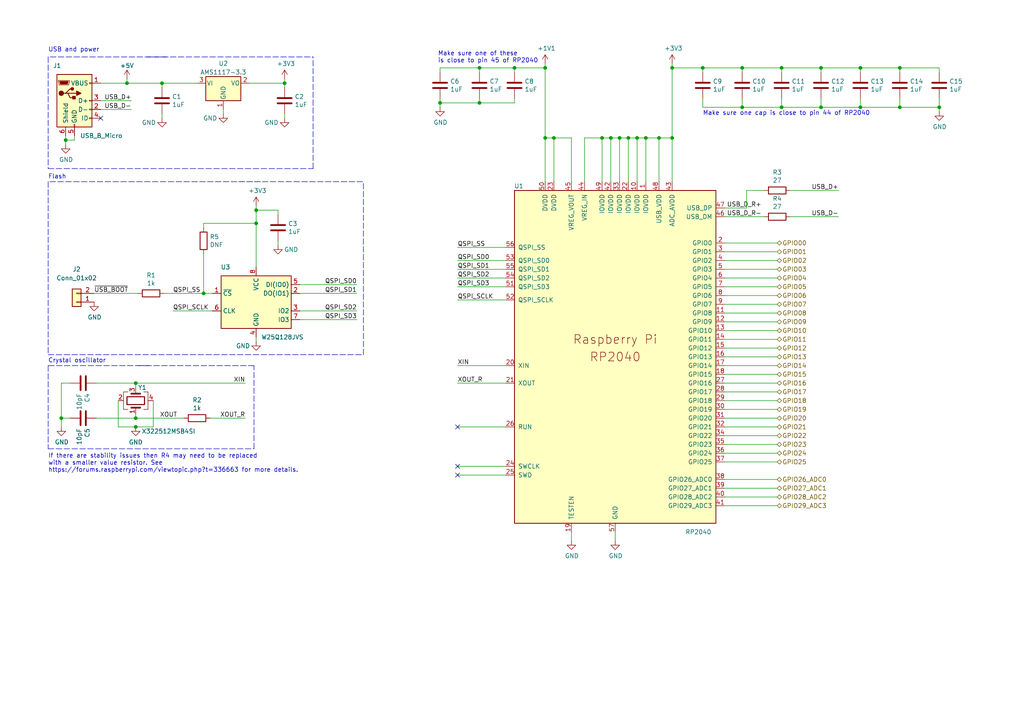
<source format=kicad_sch>
(kicad_sch (version 20211123) (generator eeschema)
  (paper "A4")
  (lib_symbols
    (symbol "Connector:USB_B_Micro" (pin_names (offset 1.016))
      (property "Reference" "J" (at -5.08 11.43 0))
      (property "Value" "USB_B_Micro" (at -5.08 8.89 0))
      (symbol "USB_B_Micro_0_1"
        (rectangle (start -5.08 -7.62) (end 5.08 7.62) (stroke (width 0.254)) (fill (type background)))
        (circle (center -3.81 2.159) (radius 0.635) (stroke (width 0.254)) (fill (type outline)))
        (circle (center -0.635 3.429) (radius 0.381) (stroke (width 0.254)) (fill (type outline)))
        (rectangle (start -0.127 -7.62) (end 0.127 -6.858))
        (polyline (pts (xy -1.905 2.159) (xy 0.635 2.159)) (stroke (width 0.254)))
        (polyline (pts (xy -3.175 2.159) (xy -2.54 2.159) (xy -1.27 3.429) (xy -0.635 3.429)) (stroke (width 0.254)))
        (polyline (pts (xy -2.54 2.159) (xy -1.905 2.159) (xy -1.27 0.889) (xy 0 0.889)) (stroke (width 0.254)))
        (polyline (pts (xy 0.635 2.794) (xy 0.635 1.524) (xy 1.905 2.159) (xy 0.635 2.794)) (stroke (width 0.254)) (fill (type outline)))
        (polyline (pts (xy -4.318 5.588) (xy -1.778 5.588) (xy -2.032 4.826) (xy -4.064 4.826) (xy -4.318 5.588)) (fill (type outline)))
        (polyline (pts (xy -4.699 5.842) (xy -4.699 5.588) (xy -4.445 4.826) (xy -4.445 4.572) (xy -1.651 4.572) (xy -1.651 4.826) (xy -1.397 5.588) (xy -1.397 5.842) (xy -4.699 5.842)))
        (rectangle (start 0.254 1.27) (end -0.508 0.508) (stroke (width 0.254)) (fill (type outline)))
        (rectangle (start 5.08 -5.207) (end 4.318 -4.953))
        (rectangle (start 5.08 -2.667) (end 4.318 -2.413))
        (rectangle (start 5.08 -0.127) (end 4.318 0.127))
        (rectangle (start 5.08 4.953) (end 4.318 5.207))
      )
      (symbol "USB_B_Micro_1_1"
        (pin power_out line (at 7.62 5.08 180) (length 2.54) (name "VBUS") (number "1"))
        (pin bidirectional line (at 7.62 -2.54 180) (length 2.54) (name "D-") (number "2"))
        (pin bidirectional line (at 7.62 0 180) (length 2.54) (name "D+") (number "3"))
        (pin passive line (at 7.62 -5.08 180) (length 2.54) (name "ID") (number "4"))
        (pin power_out line (at 0 -10.16 90) (length 2.54) (name "GND") (number "5"))
        (pin passive line (at -2.54 -10.16 90) (length 2.54) (name "Shield") (number "6"))
      )
    )
    (symbol "Connector_Generic:Conn_01x02" (pin_names (offset 1.016) hide)
      (property "Reference" "J" (at 0 2.54 0))
      (property "Value" "Conn_01x02" (at 0 -5.08 0))
      (symbol "Conn_01x02_1_1"
        (rectangle (start -1.27 -2.413) (end 0 -2.667) (stroke (width 0.1524)))
        (rectangle (start -1.27 0.127) (end 0 -0.127) (stroke (width 0.1524)))
        (rectangle (start -1.27 1.27) (end 1.27 -3.81) (stroke (width 0.254)) (fill (type background)))
        (pin passive line (at -5.08 0 0) (length 3.81) (name "Pin_1") (number "1"))
        (pin passive line (at -5.08 -2.54 0) (length 3.81) (name "Pin_2") (number "2"))
      )
    )
    (symbol "Custom_Symbols:RP2040" (pin_names (offset 1.016))
      (property "Reference" "U" (at -29.21 49.53 0))
      (property "Value" "RP2040" (at 24.13 -49.53 0))
      (symbol "RP2040_0_0"
        (text "Raspberry Pi" (at 0 5.08 0) (effects (font (size 2.54 2.54))))
        (text "RP2040" (at 0 0 0) (effects (font (size 2.54 2.54))))
      )
      (symbol "RP2040_0_1"
        (rectangle (start 29.21 48.26) (end -29.21 -48.26) (stroke (width 0.254)) (fill (type background)))
      )
      (symbol "RP2040_1_1"
        (pin power_in line (at 8.89 50.8 270) (length 2.54) (name "IOVDD") (number "1"))
        (pin power_in line (at 6.35 50.8 270) (length 2.54) (name "IOVDD") (number "10"))
        (pin bidirectional line (at 31.75 12.7 180) (length 2.54) (name "GPIO8") (number "11"))
        (pin bidirectional line (at 31.75 10.16 180) (length 2.54) (name "GPIO9") (number "12"))
        (pin bidirectional line (at 31.75 7.62 180) (length 2.54) (name "GPIO10") (number "13"))
        (pin bidirectional line (at 31.75 5.08 180) (length 2.54) (name "GPIO11") (number "14"))
        (pin bidirectional line (at 31.75 2.54 180) (length 2.54) (name "GPIO12") (number "15"))
        (pin bidirectional line (at 31.75 0 180) (length 2.54) (name "GPIO13") (number "16"))
        (pin bidirectional line (at 31.75 -2.54 180) (length 2.54) (name "GPIO14") (number "17"))
        (pin bidirectional line (at 31.75 -5.08 180) (length 2.54) (name "GPIO15") (number "18"))
        (pin passive line (at -12.7 -50.8 90) (length 2.54) (name "TESTEN") (number "19"))
        (pin bidirectional line (at 31.75 33.02 180) (length 2.54) (name "GPIO0") (number "2"))
        (pin input line (at -31.75 -2.54 0) (length 2.54) (name "XIN") (number "20"))
        (pin passive line (at -31.75 -7.62 0) (length 2.54) (name "XOUT") (number "21"))
        (pin power_in line (at 3.81 50.8 270) (length 2.54) (name "IOVDD") (number "22"))
        (pin power_in line (at -17.78 50.8 270) (length 2.54) (name "DVDD") (number "23"))
        (pin output line (at -31.75 -31.75 0) (length 2.54) (name "SWCLK") (number "24"))
        (pin bidirectional line (at -31.75 -34.29 0) (length 2.54) (name "SWD") (number "25"))
        (pin input line (at -31.75 -20.32 0) (length 2.54) (name "RUN") (number "26"))
        (pin bidirectional line (at 31.75 -7.62 180) (length 2.54) (name "GPIO16") (number "27"))
        (pin bidirectional line (at 31.75 -10.16 180) (length 2.54) (name "GPIO17") (number "28"))
        (pin bidirectional line (at 31.75 -12.7 180) (length 2.54) (name "GPIO18") (number "29"))
        (pin bidirectional line (at 31.75 30.48 180) (length 2.54) (name "GPIO1") (number "3"))
        (pin bidirectional line (at 31.75 -15.24 180) (length 2.54) (name "GPIO19") (number "30"))
        (pin bidirectional line (at 31.75 -17.78 180) (length 2.54) (name "GPIO20") (number "31"))
        (pin bidirectional line (at 31.75 -20.32 180) (length 2.54) (name "GPIO21") (number "32"))
        (pin power_in line (at 1.27 50.8 270) (length 2.54) (name "IOVDD") (number "33"))
        (pin bidirectional line (at 31.75 -22.86 180) (length 2.54) (name "GPIO22") (number "34"))
        (pin bidirectional line (at 31.75 -25.4 180) (length 2.54) (name "GPIO23") (number "35"))
        (pin bidirectional line (at 31.75 -27.94 180) (length 2.54) (name "GPIO24") (number "36"))
        (pin bidirectional line (at 31.75 -30.48 180) (length 2.54) (name "GPIO25") (number "37"))
        (pin bidirectional line (at 31.75 -35.56 180) (length 2.54) (name "GPIO26_ADC0") (number "38"))
        (pin bidirectional line (at 31.75 -38.1 180) (length 2.54) (name "GPIO27_ADC1") (number "39"))
        (pin bidirectional line (at 31.75 27.94 180) (length 2.54) (name "GPIO2") (number "4"))
        (pin bidirectional line (at 31.75 -40.64 180) (length 2.54) (name "GPIO28_ADC2") (number "40"))
        (pin bidirectional line (at 31.75 -43.18 180) (length 2.54) (name "GPIO29_ADC3") (number "41"))
        (pin power_in line (at -1.27 50.8 270) (length 2.54) (name "IOVDD") (number "42"))
        (pin power_in line (at 16.51 50.8 270) (length 2.54) (name "ADC_AVDD") (number "43"))
        (pin power_in line (at -8.89 50.8 270) (length 2.54) (name "VREG_IN") (number "44"))
        (pin power_out line (at -12.7 50.8 270) (length 2.54) (name "VREG_VOUT") (number "45"))
        (pin bidirectional line (at 31.75 40.64 180) (length 2.54) (name "USB_DM") (number "46"))
        (pin bidirectional line (at 31.75 43.18 180) (length 2.54) (name "USB_DP") (number "47"))
        (pin power_in line (at 12.7 50.8 270) (length 2.54) (name "USB_VDD") (number "48"))
        (pin power_in line (at -3.81 50.8 270) (length 2.54) (name "IOVDD") (number "49"))
        (pin bidirectional line (at 31.75 25.4 180) (length 2.54) (name "GPIO3") (number "5"))
        (pin power_in line (at -20.32 50.8 270) (length 2.54) (name "DVDD") (number "50"))
        (pin bidirectional line (at -31.75 20.32 0) (length 2.54) (name "QSPI_SD3") (number "51"))
        (pin output line (at -31.75 16.51 0) (length 2.54) (name "QSPI_SCLK") (number "52"))
        (pin bidirectional line (at -31.75 27.94 0) (length 2.54) (name "QSPI_SD0") (number "53"))
        (pin bidirectional line (at -31.75 22.86 0) (length 2.54) (name "QSPI_SD2") (number "54"))
        (pin bidirectional line (at -31.75 25.4 0) (length 2.54) (name "QSPI_SD1") (number "55"))
        (pin bidirectional line (at -31.75 31.75 0) (length 2.54) (name "QSPI_SS") (number "56"))
        (pin power_in line (at 0 -50.8 90) (length 2.54) (name "GND") (number "57"))
        (pin bidirectional line (at 31.75 22.86 180) (length 2.54) (name "GPIO4") (number "6"))
        (pin bidirectional line (at 31.75 20.32 180) (length 2.54) (name "GPIO5") (number "7"))
        (pin bidirectional line (at 31.75 17.78 180) (length 2.54) (name "GPIO6") (number "8"))
        (pin bidirectional line (at 31.75 15.24 180) (length 2.54) (name "GPIO7") (number "9"))
      )
    )
    (symbol "Device:C" (pin_numbers hide) (pin_names (offset 0.254))
      (property "Reference" "C" (at 0.635 2.54 0))
      (property "Value" "C" (at 0.635 -2.54 0))
      (symbol "C_0_1"
        (polyline (pts (xy -2.032 -0.762) (xy 2.032 -0.762)) (stroke (width 0.508)))
        (polyline (pts (xy -2.032 0.762) (xy 2.032 0.762)) (stroke (width 0.508)))
      )
      (symbol "C_1_1"
        (pin passive line (at 0 3.81 270) (length 2.794) (name "~") (number "1"))
        (pin passive line (at 0 -3.81 90) (length 2.794) (name "~") (number "2"))
      )
    )
    (symbol "Device:Crystal_GND24" (pin_names (offset 1.016) hide)
      (property "Reference" "Y" (at 3.175 5.08 0))
      (property "Value" "Crystal_GND24" (at 3.175 3.175 0))
      (symbol "Crystal_GND24_0_1"
        (rectangle (start -1.143 2.54) (end 1.143 -2.54) (stroke (width 0.3048)))
        (polyline (pts (xy -2.54 0) (xy -2.032 0)))
        (polyline (pts (xy -2.032 -1.27) (xy -2.032 1.27)) (stroke (width 0.508)))
        (polyline (pts (xy 0 -3.81) (xy 0 -3.556)))
        (polyline (pts (xy 0 3.556) (xy 0 3.81)))
        (polyline (pts (xy 2.032 -1.27) (xy 2.032 1.27)) (stroke (width 0.508)))
        (polyline (pts (xy 2.032 0) (xy 2.54 0)))
        (polyline (pts (xy -2.54 -2.286) (xy -2.54 -3.556) (xy 2.54 -3.556) (xy 2.54 -2.286)))
        (polyline (pts (xy -2.54 2.286) (xy -2.54 3.556) (xy 2.54 3.556) (xy 2.54 2.286)))
      )
      (symbol "Crystal_GND24_1_1"
        (pin passive line (at -3.81 0 0) (length 1.27) (name "1") (number "1"))
        (pin passive line (at 0 5.08 270) (length 1.27) (name "2") (number "2"))
        (pin passive line (at 3.81 0 180) (length 1.27) (name "3") (number "3"))
        (pin passive line (at 0 -5.08 90) (length 1.27) (name "4") (number "4"))
      )
    )
    (symbol "Device:R" (pin_numbers hide) (pin_names (offset 0))
      (property "Reference" "R" (at 2.032 0 90))
      (property "Value" "R" (at 0 0 90))
      (symbol "R_0_1"
        (rectangle (start -1.016 -2.54) (end 1.016 2.54) (stroke (width 0.254)))
      )
      (symbol "R_1_1"
        (pin passive line (at 0 3.81 270) (length 1.27) (name "~") (number "1"))
        (pin passive line (at 0 -3.81 90) (length 1.27) (name "~") (number "2"))
      )
    )
    (symbol "Memory_Flash:W25Q128JVS"
      (property "Reference" "U" (at -8.89 8.89 0))
      (property "Value" "W25Q128JVS" (at 7.62 8.89 0))
      (symbol "W25Q128JVS_0_1"
        (rectangle (start -10.16 7.62) (end 10.16 -7.62) (stroke (width 0.254)) (fill (type background)))
      )
      (symbol "W25Q128JVS_1_1"
        (pin input line (at -12.7 2.54 0) (length 2.54) (name "~{CS}") (number "1"))
        (pin bidirectional line (at 12.7 2.54 180) (length 2.54) (name "DO(IO1)") (number "2"))
        (pin bidirectional line (at 12.7 -2.54 180) (length 2.54) (name "IO2") (number "3"))
        (pin power_in line (at 0 -10.16 90) (length 2.54) (name "GND") (number "4"))
        (pin bidirectional line (at 12.7 5.08 180) (length 2.54) (name "DI(IO0)") (number "5"))
        (pin input line (at -12.7 -2.54 0) (length 2.54) (name "CLK") (number "6"))
        (pin bidirectional line (at 12.7 -5.08 180) (length 2.54) (name "IO3") (number "7"))
        (pin power_in line (at 0 10.16 270) (length 2.54) (name "VCC") (number "8"))
      )
    )
    (symbol "Regulator_Linear:AMS1117-3.3" (pin_names (offset 0.254))
      (property "Reference" "U" (at -3.81 3.175 0))
      (property "Value" "AMS1117-3.3" (at 0 3.175 0))
      (symbol "AMS1117-3.3_0_1"
        (rectangle (start -5.08 -5.08) (end 5.08 1.905) (stroke (width 0.254)) (fill (type background)))
      )
      (symbol "AMS1117-3.3_1_1"
        (pin power_in line (at 0 -7.62 90) (length 2.54) (name "GND") (number "1"))
        (pin power_out line (at 7.62 0 180) (length 2.54) (name "VO") (number "2"))
        (pin power_in line (at -7.62 0 0) (length 2.54) (name "VI") (number "3"))
      )
    )
    (symbol "power:+1V1" (power) (pin_names (offset 0))
      (property "Value" "+1V1" (at 0 3.556 0))
      (symbol "+1V1_0_1"
        (polyline (pts (xy -0.762 1.27) (xy 0 2.54)))
        (polyline (pts (xy 0 0) (xy 0 2.54)))
        (polyline (pts (xy 0 2.54) (xy 0.762 1.27)))
      )
      (symbol "+1V1_1_1"
        (pin power_in line (at 0 0 90) (length 0) hide (name "+1V1") (number "1"))
      )
    )
    (symbol "power:+3V3" (power) (pin_names (offset 0))
      (property "Value" "+3V3" (at 0 3.556 0))
      (symbol "+3V3_0_1"
        (polyline (pts (xy -0.762 1.27) (xy 0 2.54)))
        (polyline (pts (xy 0 0) (xy 0 2.54)))
        (polyline (pts (xy 0 2.54) (xy 0.762 1.27)))
      )
      (symbol "+3V3_1_1"
        (pin power_in line (at 0 0 90) (length 0) hide (name "+3V3") (number "1"))
      )
    )
    (symbol "power:+5V" (power) (pin_names (offset 0))
      (property "Value" "+5V" (at 0 3.556 0))
      (symbol "+5V_0_1"
        (polyline (pts (xy -0.762 1.27) (xy 0 2.54)))
        (polyline (pts (xy 0 0) (xy 0 2.54)))
        (polyline (pts (xy 0 2.54) (xy 0.762 1.27)))
      )
      (symbol "+5V_1_1"
        (pin power_in line (at 0 0 90) (length 0) hide (name "+5V") (number "1"))
      )
    )
    (symbol "power:GND" (power) (pin_names (offset 0))
      (property "Value" "GND" (at 0 -3.81 0))
      (symbol "GND_0_1"
        (polyline (pts (xy 0 0) (xy 0 -1.27) (xy 1.27 -1.27) (xy 0 -2.54) (xy -1.27 -1.27) (xy 0 -1.27)))
      )
      (symbol "GND_1_1"
        (pin power_in line (at 0 0 270) (length 0) hide (name "GND") (number "1"))
      )
    )
  )
  (junction (at 238.125 31.115))
  (junction (at 203.835 19.685))
  (junction (at 39.37 111.125))
  (junction (at 249.555 19.685))
  (junction (at 174.625 40.005))
  (junction (at 260.985 31.115))
  (junction (at 46.99 24.13))
  (junction (at 39.37 121.285))
  (junction (at 272.415 31.115))
  (junction (at 59.055 85.09))
  (junction (at 127.635 29.845))
  (junction (at 158.115 40.005))
  (junction (at 19.05 40.64))
  (junction (at 160.655 40.005))
  (junction (at 74.295 64.77))
  (junction (at 249.555 31.115))
  (junction (at 82.55 24.13))
  (junction (at 260.985 19.685))
  (junction (at 194.945 19.685))
  (junction (at 215.265 19.685))
  (junction (at 39.37 123.825))
  (junction (at 158.115 19.685))
  (junction (at 177.165 40.005))
  (junction (at 182.245 40.005))
  (junction (at 184.785 40.005))
  (junction (at 226.695 19.685))
  (junction (at 238.125 19.685))
  (junction (at 226.695 31.115))
  (junction (at 149.225 19.685))
  (junction (at 36.83 24.13))
  (junction (at 74.295 60.96))
  (junction (at 215.265 31.115))
  (junction (at 187.325 40.005))
  (junction (at 17.78 121.285))
  (junction (at 191.135 40.005))
  (junction (at 139.065 19.685))
  (junction (at 139.065 29.845))
  (junction (at 179.705 40.005))
  (junction (at 194.945 40.005))
  (no_connect (at 132.715 123.825))
  (no_connect (at 132.715 135.255))
  (no_connect (at 132.715 137.795))
  (no_connect (at 29.21 34.29))
  (wire (pts (xy 139.065 20.955) (xy 139.065 19.685)))
  (wire (pts (xy 210.185 103.505) (xy 225.425 103.505)))
  (wire (pts (xy 132.715 135.255) (xy 146.685 135.255)))
  (wire (pts (xy 216.535 55.245) (xy 221.615 55.245)))
  (wire (pts (xy 86.995 92.71) (xy 103.505 92.71)))
  (wire (pts (xy 36.83 22.86) (xy 36.83 24.13)))
  (wire (pts (xy 127.635 29.845) (xy 127.635 31.115)))
  (wire (pts (xy 272.415 31.115) (xy 272.415 32.385)))
  (wire (pts (xy 139.065 29.845) (xy 139.065 28.575)))
  (wire (pts (xy 229.235 62.865) (xy 243.205 62.865)))
  (wire (pts (xy 210.185 116.205) (xy 225.425 116.205)))
  (wire (pts (xy 260.985 19.685) (xy 272.415 19.685)))
  (wire (pts (xy 127.635 28.575) (xy 127.635 29.845)))
  (wire (pts (xy 238.125 19.685) (xy 249.555 19.685)))
  (wire (pts (xy 165.735 52.705) (xy 165.735 40.005)))
  (wire (pts (xy 82.55 25.4) (xy 82.55 24.13)))
  (polyline (pts (xy 73.66 130.175) (xy 73.66 106.045)))
  (wire (pts (xy 272.415 28.575) (xy 272.415 31.115)))
  (wire (pts (xy 203.835 28.575) (xy 203.835 31.115)))
  (wire (pts (xy 179.705 40.005) (xy 182.245 40.005)))
  (wire (pts (xy 184.785 40.005) (xy 187.325 40.005)))
  (wire (pts (xy 149.225 19.685) (xy 158.115 19.685)))
  (polyline (pts (xy 42.545 16.51) (xy 90.805 16.51)))
  (wire (pts (xy 215.265 19.685) (xy 226.695 19.685)))
  (wire (pts (xy 82.55 33.02) (xy 82.55 34.29)))
  (polyline (pts (xy 40.005 106.045) (xy 73.66 106.045)))
  (wire (pts (xy 74.295 59.69) (xy 74.295 60.96)))
  (wire (pts (xy 132.715 106.045) (xy 146.685 106.045)))
  (wire (pts (xy 169.545 40.005) (xy 174.625 40.005)))
  (wire (pts (xy 57.15 24.13) (xy 46.99 24.13)))
  (wire (pts (xy 169.545 52.705) (xy 169.545 40.005)))
  (wire (pts (xy 44.45 123.825) (xy 39.37 123.825)))
  (wire (pts (xy 210.185 144.145) (xy 225.425 144.145)))
  (wire (pts (xy 74.295 64.77) (xy 74.295 77.47)))
  (wire (pts (xy 39.37 121.285) (xy 53.34 121.285)))
  (wire (pts (xy 249.555 28.575) (xy 249.555 31.115)))
  (wire (pts (xy 182.245 52.705) (xy 182.245 40.005)))
  (wire (pts (xy 191.135 52.705) (xy 191.135 40.005)))
  (wire (pts (xy 226.695 28.575) (xy 226.695 31.115)))
  (wire (pts (xy 249.555 19.685) (xy 260.985 19.685)))
  (polyline (pts (xy 13.97 106.045) (xy 13.97 130.175)))
  (wire (pts (xy 238.125 20.955) (xy 238.125 19.685)))
  (wire (pts (xy 39.37 112.395) (xy 39.37 111.125)))
  (wire (pts (xy 127.635 20.955) (xy 127.635 19.685)))
  (wire (pts (xy 20.32 121.285) (xy 17.78 121.285)))
  (wire (pts (xy 210.185 85.725) (xy 225.425 85.725)))
  (wire (pts (xy 210.185 98.425) (xy 225.425 98.425)))
  (wire (pts (xy 132.715 80.645) (xy 146.685 80.645)))
  (wire (pts (xy 19.05 39.37) (xy 19.05 40.64)))
  (wire (pts (xy 203.835 20.955) (xy 203.835 19.685)))
  (wire (pts (xy 132.715 75.565) (xy 146.685 75.565)))
  (wire (pts (xy 72.39 24.13) (xy 82.55 24.13)))
  (wire (pts (xy 210.185 118.745) (xy 225.425 118.745)))
  (polyline (pts (xy 90.805 48.895) (xy 90.805 16.51)))
  (wire (pts (xy 210.185 80.645) (xy 225.425 80.645)))
  (wire (pts (xy 50.165 90.17) (xy 61.595 90.17)))
  (wire (pts (xy 34.29 123.825) (xy 39.37 123.825)))
  (wire (pts (xy 260.985 31.115) (xy 272.415 31.115)))
  (wire (pts (xy 226.695 31.115) (xy 215.265 31.115)))
  (wire (pts (xy 178.435 154.305) (xy 178.435 156.845)))
  (wire (pts (xy 29.21 29.21) (xy 38.1 29.21)))
  (polyline (pts (xy 75.565 52.705) (xy 13.97 52.705)))
  (wire (pts (xy 177.165 40.005) (xy 179.705 40.005)))
  (wire (pts (xy 132.715 137.795) (xy 146.685 137.795)))
  (wire (pts (xy 272.415 20.955) (xy 272.415 19.685)))
  (polyline (pts (xy 13.97 130.175) (xy 73.66 130.175)))
  (wire (pts (xy 127.635 19.685) (xy 139.065 19.685)))
  (wire (pts (xy 210.185 123.825) (xy 225.425 123.825)))
  (wire (pts (xy 210.185 100.965) (xy 225.425 100.965)))
  (wire (pts (xy 39.37 111.125) (xy 71.12 111.125)))
  (wire (pts (xy 46.99 33.02) (xy 46.99 34.29)))
  (wire (pts (xy 210.185 141.605) (xy 225.425 141.605)))
  (wire (pts (xy 146.685 123.825) (xy 132.715 123.825)))
  (wire (pts (xy 139.065 19.685) (xy 149.225 19.685)))
  (wire (pts (xy 194.945 40.005) (xy 194.945 52.705)))
  (wire (pts (xy 34.29 116.205) (xy 34.29 123.825)))
  (wire (pts (xy 80.645 60.96) (xy 74.295 60.96)))
  (wire (pts (xy 160.655 40.005) (xy 158.115 40.005)))
  (wire (pts (xy 210.185 73.025) (xy 225.425 73.025)))
  (wire (pts (xy 132.715 83.185) (xy 146.685 83.185)))
  (wire (pts (xy 260.985 20.955) (xy 260.985 19.685)))
  (wire (pts (xy 179.705 52.705) (xy 179.705 40.005)))
  (wire (pts (xy 210.185 108.585) (xy 225.425 108.585)))
  (wire (pts (xy 226.695 20.955) (xy 226.695 19.685)))
  (wire (pts (xy 182.245 40.005) (xy 184.785 40.005)))
  (polyline (pts (xy 13.97 48.895) (xy 90.805 48.895)))
  (wire (pts (xy 210.185 111.125) (xy 225.425 111.125)))
  (polyline (pts (xy 43.18 106.045) (xy 13.97 106.045)))
  (wire (pts (xy 215.265 20.955) (xy 215.265 19.685)))
  (wire (pts (xy 187.325 40.005) (xy 191.135 40.005)))
  (wire (pts (xy 27.94 111.125) (xy 39.37 111.125)))
  (wire (pts (xy 210.185 60.325) (xy 216.535 60.325)))
  (wire (pts (xy 21.59 40.64) (xy 19.05 40.64)))
  (wire (pts (xy 226.695 19.685) (xy 238.125 19.685)))
  (wire (pts (xy 165.735 154.305) (xy 165.735 156.845)))
  (wire (pts (xy 210.185 113.665) (xy 225.425 113.665)))
  (wire (pts (xy 210.185 146.685) (xy 225.425 146.685)))
  (wire (pts (xy 39.37 120.015) (xy 39.37 121.285)))
  (wire (pts (xy 238.125 31.115) (xy 226.695 31.115)))
  (wire (pts (xy 216.535 55.245) (xy 216.535 60.325)))
  (polyline (pts (xy 48.26 16.51) (xy 13.97 16.51)))
  (wire (pts (xy 21.59 39.37) (xy 21.59 40.64)))
  (wire (pts (xy 139.065 29.845) (xy 149.225 29.845)))
  (wire (pts (xy 160.655 52.705) (xy 160.655 40.005)))
  (wire (pts (xy 194.945 19.685) (xy 194.945 40.005)))
  (wire (pts (xy 203.835 19.685) (xy 215.265 19.685)))
  (wire (pts (xy 40.005 85.09) (xy 27.305 85.09)))
  (wire (pts (xy 210.185 93.345) (xy 225.425 93.345)))
  (wire (pts (xy 80.645 69.85) (xy 80.645 71.12)))
  (wire (pts (xy 238.125 28.575) (xy 238.125 31.115)))
  (wire (pts (xy 59.055 85.09) (xy 61.595 85.09)))
  (wire (pts (xy 210.185 128.905) (xy 225.425 128.905)))
  (wire (pts (xy 17.78 111.125) (xy 17.78 121.285)))
  (wire (pts (xy 64.77 31.75) (xy 64.77 33.02)))
  (wire (pts (xy 210.185 131.445) (xy 225.425 131.445)))
  (wire (pts (xy 215.265 31.115) (xy 203.835 31.115)))
  (wire (pts (xy 184.785 52.705) (xy 184.785 40.005)))
  (wire (pts (xy 215.265 28.575) (xy 215.265 31.115)))
  (wire (pts (xy 210.185 70.485) (xy 225.425 70.485)))
  (wire (pts (xy 210.185 78.105) (xy 225.425 78.105)))
  (wire (pts (xy 165.735 40.005) (xy 160.655 40.005)))
  (wire (pts (xy 59.055 73.66) (xy 59.055 85.09)))
  (polyline (pts (xy 105.41 102.87) (xy 105.41 52.705)))
  (wire (pts (xy 149.225 19.685) (xy 149.225 20.955)))
  (wire (pts (xy 132.715 78.105) (xy 146.685 78.105)))
  (wire (pts (xy 149.225 29.845) (xy 149.225 28.575)))
  (wire (pts (xy 20.32 111.125) (xy 17.78 111.125)))
  (wire (pts (xy 29.21 31.75) (xy 38.1 31.75)))
  (wire (pts (xy 29.21 24.13) (xy 36.83 24.13)))
  (wire (pts (xy 86.995 82.55) (xy 103.505 82.55)))
  (wire (pts (xy 127.635 29.845) (xy 139.065 29.845)))
  (wire (pts (xy 47.625 85.09) (xy 59.055 85.09)))
  (wire (pts (xy 19.05 40.64) (xy 19.05 41.91)))
  (wire (pts (xy 44.45 116.205) (xy 44.45 123.825)))
  (wire (pts (xy 59.055 66.04) (xy 59.055 64.77)))
  (wire (pts (xy 191.135 40.005) (xy 194.945 40.005)))
  (wire (pts (xy 210.185 90.805) (xy 225.425 90.805)))
  (polyline (pts (xy 69.215 52.705) (xy 105.41 52.705)))
  (polyline (pts (xy 13.97 52.705) (xy 13.97 102.87)))
  (wire (pts (xy 146.685 86.995) (xy 132.715 86.995)))
  (wire (pts (xy 210.185 62.865) (xy 221.615 62.865)))
  (wire (pts (xy 86.995 85.09) (xy 103.505 85.09)))
  (wire (pts (xy 210.185 83.185) (xy 225.425 83.185)))
  (wire (pts (xy 194.945 19.685) (xy 203.835 19.685)))
  (wire (pts (xy 210.185 75.565) (xy 225.425 75.565)))
  (wire (pts (xy 260.985 31.115) (xy 249.555 31.115)))
  (polyline (pts (xy 13.97 102.87) (xy 105.41 102.87)))
  (wire (pts (xy 80.645 62.23) (xy 80.645 60.96)))
  (wire (pts (xy 174.625 40.005) (xy 177.165 40.005)))
  (wire (pts (xy 59.055 64.77) (xy 74.295 64.77)))
  (polyline (pts (xy 13.97 16.51) (xy 13.97 48.895)))
  (wire (pts (xy 17.78 121.285) (xy 17.78 123.825)))
  (wire (pts (xy 74.295 60.96) (xy 74.295 64.77)))
  (wire (pts (xy 210.185 139.065) (xy 225.425 139.065)))
  (wire (pts (xy 187.325 40.005) (xy 187.325 52.705)))
  (wire (pts (xy 82.55 24.13) (xy 82.55 22.86)))
  (wire (pts (xy 210.185 126.365) (xy 225.425 126.365)))
  (wire (pts (xy 210.185 106.045) (xy 225.425 106.045)))
  (wire (pts (xy 60.96 121.285) (xy 71.12 121.285)))
  (wire (pts (xy 36.83 24.13) (xy 46.99 24.13)))
  (wire (pts (xy 158.115 18.415) (xy 158.115 19.685)))
  (wire (pts (xy 229.235 55.245) (xy 243.205 55.245)))
  (wire (pts (xy 146.685 71.755) (xy 132.715 71.755)))
  (wire (pts (xy 27.94 121.285) (xy 39.37 121.285)))
  (wire (pts (xy 210.185 95.885) (xy 225.425 95.885)))
  (wire (pts (xy 210.185 133.985) (xy 225.425 133.985)))
  (wire (pts (xy 260.985 28.575) (xy 260.985 31.115)))
  (wire (pts (xy 74.295 97.79) (xy 74.295 99.06)))
  (wire (pts (xy 177.165 52.705) (xy 177.165 40.005)))
  (wire (pts (xy 210.185 121.285) (xy 225.425 121.285)))
  (wire (pts (xy 158.115 40.005) (xy 158.115 52.705)))
  (wire (pts (xy 249.555 31.115) (xy 238.125 31.115)))
  (wire (pts (xy 86.995 90.17) (xy 103.505 90.17)))
  (wire (pts (xy 194.945 18.415) (xy 194.945 19.685)))
  (wire (pts (xy 158.115 19.685) (xy 158.115 40.005)))
  (wire (pts (xy 210.185 88.265) (xy 225.425 88.265)))
  (wire (pts (xy 146.685 111.125) (xy 132.715 111.125)))
  (wire (pts (xy 249.555 20.955) (xy 249.555 19.685)))
  (wire (pts (xy 174.625 52.705) (xy 174.625 40.005)))
  (wire (pts (xy 46.99 25.4) (xy 46.99 24.13)))
  (text "Make sure one of these\nis close to pin 45 of RP2040" (at 127 18.415 0) (effects (font (size 1.27 1.27)) (justify left bottom)))
  (text "USB and power" (at 13.97 15.24 0) (effects (font (size 1.27 1.27)) (justify left bottom)))
  (text "Make sure one cap is close to pin 44 of RP2040" (at 203.835 33.655 0) (effects (font (size 1.27 1.27)) (justify left bottom)))
  (text "If there are stability issues then R4 may need to be replaced\nwith a smaller value resistor. See \nhttps://forums.raspberrypi.com/viewtopic.php?t=336663 for more details." (at 13.97 137.16 0) (effects (font (size 1.27 1.27)) (justify left bottom)))
  (text "Flash" (at 13.97 52.07 0) (effects (font (size 1.27 1.27)) (justify left bottom)))
  (text "Crystal oscillator" (at 13.97 105.41 0) (effects (font (size 1.27 1.27)) (justify left bottom)))
  (label "XOUT_R" (at 132.715 111.125 0))
  (label "QSPI_SD1" (at 132.715 78.105 0))
  (label "XOUT" (at 46.355 121.285 0))
  (label "USB_D-" (at 243.205 62.865 180))
  (label "QSPI_SCLK" (at 132.715 86.995 0))
  (label "QSPI_SD0" (at 103.505 82.55 180))
  (label "XIN" (at 132.715 106.045 0))
  (label "QSPI_SD2" (at 103.505 90.17 180))
  (label "QSPI_SD0" (at 132.715 75.565 0))
  (label "QSPI_SD3" (at 103.505 92.71 180))
  (label "QSPI_SD3" (at 132.715 83.185 0))
  (label "QSPI_SD1" (at 103.505 85.09 180))
  (label "USB_D_R-" (at 210.82 62.865 0))
  (label "QSPI_SS" (at 132.715 71.755 0))
  (label "QSPI_SCLK" (at 50.165 90.17 0))
  (label "USB_D+" (at 38.1 29.21 180))
  (label "QSPI_SS" (at 50.165 85.09 0))
  (label "QSPI_SD2" (at 132.715 80.645 0))
  (label "USB_D_R+" (at 210.82 60.325 0))
  (label "~{USB_BOOT}" (at 27.305 85.09 0))
  (label "XOUT_R" (at 71.12 121.285 180))
  (label "XIN" (at 71.12 111.125 180))
  (label "USB_D+" (at 243.205 55.245 180))
  (label "USB_D-" (at 38.1 31.75 180))
  (hierarchical_label "GPIO26_ADC0" (shape bidirectional) (at 225.425 139.065 0))
  (hierarchical_label "GPIO00" (shape bidirectional) (at 225.425 70.485 0))
  (hierarchical_label "GPIO25" (shape bidirectional) (at 225.425 133.985 0))
  (hierarchical_label "GPIO09" (shape bidirectional) (at 225.425 93.345 0))
  (hierarchical_label "GPIO01" (shape bidirectional) (at 225.425 73.025 0))
  (hierarchical_label "GPIO02" (shape bidirectional) (at 225.425 75.565 0))
  (hierarchical_label "GPIO17" (shape bidirectional) (at 225.425 113.665 0))
  (hierarchical_label "GPIO24" (shape bidirectional) (at 225.425 131.445 0))
  (hierarchical_label "GPIO27_ADC1" (shape bidirectional) (at 225.425 141.605 0))
  (hierarchical_label "GPIO29_ADC3" (shape bidirectional) (at 225.425 146.685 0))
  (hierarchical_label "GPIO06" (shape bidirectional) (at 225.425 85.725 0))
  (hierarchical_label "GPIO23" (shape bidirectional) (at 225.425 128.905 0))
  (hierarchical_label "GPIO04" (shape bidirectional) (at 225.425 80.645 0))
  (hierarchical_label "GPIO11" (shape bidirectional) (at 225.425 98.425 0))
  (hierarchical_label "GPIO13" (shape bidirectional) (at 225.425 103.505 0))
  (hierarchical_label "GPIO21" (shape bidirectional) (at 225.425 123.825 0))
  (hierarchical_label "GPIO08" (shape bidirectional) (at 225.425 90.805 0))
  (hierarchical_label "GPIO28_ADC2" (shape bidirectional) (at 225.425 144.145 0))
  (hierarchical_label "GPIO22" (shape bidirectional) (at 225.425 126.365 0))
  (hierarchical_label "GPIO10" (shape bidirectional) (at 225.425 95.885 0))
  (hierarchical_label "GPIO19" (shape bidirectional) (at 225.425 118.745 0))
  (hierarchical_label "GPIO20" (shape bidirectional) (at 225.425 121.285 0))
  (hierarchical_label "GPIO07" (shape bidirectional) (at 225.425 88.265 0))
  (hierarchical_label "GPIO16" (shape bidirectional) (at 225.425 111.125 0))
  (hierarchical_label "GPIO05" (shape bidirectional) (at 225.425 83.185 0))
  (hierarchical_label "GPIO03" (shape bidirectional) (at 225.425 78.105 0))
  (hierarchical_label "GPIO15" (shape bidirectional) (at 225.425 108.585 0))
  (hierarchical_label "GPIO12" (shape bidirectional) (at 225.425 100.965 0))
  (hierarchical_label "GPIO18" (shape bidirectional) (at 225.425 116.205 0))
  (hierarchical_label "GPIO14" (shape bidirectional) (at 225.425 106.045 0))
  (symbol (lib_id "power:+5V") (at 36.83 22.86 0) (unit 1)
    (property "Reference" "#PWR0113" (effects hide))
    (property "Value" "+5V" (at 36.83 19.05 0))
  )
  (symbol (lib_id "power:GND") (at 64.77 33.02 0) (unit 1)
    (property "Reference" "#PWR0110" (effects hide))
    (property "Value" "GND" (at 60.96 34.29 0))
  )
  (symbol (lib_id "power:+1V1") (at 158.115 18.415 0) (unit 1)
    (property "Reference" "#PWR037" (effects hide))
    (property "Value" "+1V1" (at 158.496 14.0208 0))
  )
  (symbol (lib_id "power:GND") (at 178.435 156.845 0) (unit 1)
    (property "Reference" "#PWR039" (effects hide))
    (property "Value" "GND" (at 178.562 161.2392 0))
  )
  (symbol (lib_id "Connector:USB_B_Micro") (at 21.59 29.21 0) (unit 1)
    (property "Reference" "J1" (at 17.78 19.05 0) (effects (justify right)))
    (property "Value" "USB_B_Micro" (at 35.56 39.37 0) (effects (justify right)))
    (property "Footprint" "Custom_Footprints:USB_B_Mini_Amphenol_UE25BE5510H" (effects hide))
  )
  (symbol (lib_id "Device:C") (at 215.265 24.765 0) (unit 1)
    (property "Reference" "C10" (at 218.186 23.5966 0) (effects (justify left)))
    (property "Value" "1uF" (at 218.186 25.908 0) (effects (justify left)))
    (property "Footprint" "Custom_Footprints:Perfect_0402" (effects hide))
    (property "MPN - JLCPCB" "C52923" (effects hide))
  )
  (symbol (lib_id "Device:Crystal_GND24") (at 39.37 116.205 90) (unit 1)
    (property "Reference" "Y1" (at 41.275 112.395 90))
    (property "Value" "X322512MSB4SI" (at 48.895 125.095 90))
    (property "Footprint" "Crystal:Crystal_SMD_3225-4Pin_3.2x2.5mm" (effects hide))
    (property "MPN - JLCPCB" "C9002" (effects hide))
  )
  (symbol (lib_id "Custom_Symbols:RP2040") (at 178.435 103.505 0) (unit 1)
    (property "Reference" "U1" (at 150.495 53.975 0))
    (property "Value" "RP2040" (at 202.565 154.305 0))
    (property "Footprint" "Custom_Footprints:QFN56P40_700X700X90L40X18T310N" (effects hide))
    (property "Datasheet" "https://datasheets.raspberrypi.com/rp2040/rp2040-datasheet.pdf" (effects hide))
    (property "MPN - JLCPCB" "C2040" (effects hide))
  )
  (symbol (lib_id "Device:R") (at 43.815 85.09 270) (unit 1)
    (property "Reference" "R1" (at 43.815 79.8322 90))
    (property "Value" "1k" (at 43.815 82.1436 90))
    (property "Footprint" "Custom_Footprints:Perfect_0402" (effects hide))
    (property "MPN - JLCPCB" "C11702" (effects hide))
  )
  (symbol (lib_id "Device:C") (at 46.99 29.21 0) (unit 1)
    (property "Reference" "C1" (at 49.911 28.0416 0) (effects (justify left)))
    (property "Value" "1uF" (at 49.911 30.353 0) (effects (justify left)))
    (property "Footprint" "Custom_Footprints:Perfect_0402" (effects hide))
    (property "MPN - JLCPCB" "C52923" (effects hide))
  )
  (symbol (lib_id "power:GND") (at 19.05 41.91 0) (unit 1)
    (property "Reference" "#PWR0111" (effects hide))
    (property "Value" "GND" (at 19.177 46.3042 0))
  )
  (symbol (lib_id "power:GND") (at 39.37 123.825 0) (unit 1)
    (property "Reference" "#PWR05" (effects hide))
    (property "Value" "GND" (at 39.37 128.27 0))
  )
  (symbol (lib_id "Device:C") (at 226.695 24.765 0) (unit 1)
    (property "Reference" "C11" (at 229.616 23.5966 0) (effects (justify left)))
    (property "Value" "1uF" (at 229.616 25.908 0) (effects (justify left)))
    (property "Footprint" "Custom_Footprints:Perfect_0402" (effects hide))
    (property "MPN - JLCPCB" "C52923" (effects hide))
  )
  (symbol (lib_id "Device:C") (at 203.835 24.765 0) (unit 1)
    (property "Reference" "C9" (at 206.756 23.5966 0) (effects (justify left)))
    (property "Value" "1uF" (at 206.756 25.908 0) (effects (justify left)))
    (property "Footprint" "Custom_Footprints:Perfect_0402" (effects hide))
    (property "MPN - JLCPCB" "C52923" (effects hide))
  )
  (symbol (lib_id "Device:C") (at 127.635 24.765 0) (unit 1)
    (property "Reference" "C6" (at 130.556 23.5966 0) (effects (justify left)))
    (property "Value" "1uF" (at 130.556 25.908 0) (effects (justify left)))
    (property "Footprint" "Custom_Footprints:Perfect_0402" (effects hide))
    (property "MPN - JLCPCB" "C52923" (effects hide))
  )
  (symbol (lib_id "Device:C") (at 260.985 24.765 0) (unit 1)
    (property "Reference" "C14" (at 263.906 23.5966 0) (effects (justify left)))
    (property "Value" "1uF" (at 263.906 25.908 0) (effects (justify left)))
    (property "Footprint" "Custom_Footprints:Perfect_0402" (effects hide))
    (property "MPN - JLCPCB" "C52923" (effects hide))
  )
  (symbol (lib_id "power:GND") (at 272.415 32.385 0) (unit 1)
    (property "Reference" "#PWR042" (effects hide))
    (property "Value" "GND" (at 272.542 36.7792 0))
  )
  (symbol (lib_id "Device:R") (at 225.425 55.245 270) (unit 1)
    (property "Reference" "R3" (at 225.425 49.9872 90))
    (property "Value" "27" (at 225.425 52.2986 90))
    (property "Footprint" "Resistor_SMD:R_0603_1608Metric" (effects hide))
    (property "MPN - JLCPCB" "C25190" (effects hide))
  )
  (symbol (lib_id "Device:C") (at 139.065 24.765 0) (unit 1)
    (property "Reference" "C7" (at 141.986 23.5966 0) (effects (justify left)))
    (property "Value" "1uF" (at 141.986 25.908 0) (effects (justify left)))
    (property "Footprint" "Custom_Footprints:Perfect_0402" (effects hide))
    (property "MPN - JLCPCB" "C52923" (effects hide))
  )
  (symbol (lib_id "Device:C") (at 249.555 24.765 0) (unit 1)
    (property "Reference" "C13" (at 252.476 23.5966 0) (effects (justify left)))
    (property "Value" "1uF" (at 252.476 25.908 0) (effects (justify left)))
    (property "Footprint" "Custom_Footprints:Perfect_0402" (effects hide))
    (property "MPN - JLCPCB" "C52923" (effects hide))
  )
  (symbol (lib_id "Regulator_Linear:AMS1117-3.3") (at 64.77 24.13 0) (unit 1)
    (property "Reference" "U2" (at 64.77 18.415 0))
    (property "Value" "AMS1117-3.3" (at 64.77 20.955 0))
    (property "Footprint" "Package_TO_SOT_SMD:SOT-223-3_TabPin2" (effects hide))
    (property "Datasheet" "http://www.advanced-monolithic.com/pdf/ds1117.pdf" (effects hide))
    (property "MPN - JLCPCB" "C6186" (effects hide))
  )
  (symbol (lib_id "power:GND") (at 80.645 71.12 0) (unit 1)
    (property "Reference" "#PWR0103" (effects hide))
    (property "Value" "GND" (at 84.455 72.39 0))
  )
  (symbol (lib_id "Device:R") (at 57.15 121.285 270) (unit 1)
    (property "Reference" "R2" (at 57.15 116.0272 90))
    (property "Value" "1k" (at 57.15 118.3386 90))
    (property "Footprint" "Custom_Footprints:Perfect_0402" (effects hide))
    (property "MPN - JLCPCB" "C11702" (effects hide))
  )
  (symbol (lib_id "power:GND") (at 82.55 34.29 0) (unit 1)
    (property "Reference" "#PWR034" (effects hide))
    (property "Value" "GND" (at 78.74 35.56 0))
  )
  (symbol (lib_id "Device:C") (at 82.55 29.21 0) (unit 1)
    (property "Reference" "C2" (at 85.471 28.0416 0) (effects (justify left)))
    (property "Value" "1uF" (at 85.471 30.353 0) (effects (justify left)))
    (property "Footprint" "Custom_Footprints:Perfect_0402" (effects hide))
    (property "MPN - JLCPCB" "C52923" (effects hide))
  )
  (symbol (lib_id "Memory_Flash:W25Q128JVS") (at 74.295 87.63 0) (unit 1)
    (property "Reference" "U3" (at 65.405 77.47 0))
    (property "Value" "W25Q128JVS" (at 81.915 97.79 0))
    (property "Footprint" "Package_SO:SOIC-8_5.23x5.23mm_P1.27mm" (effects hide))
    (property "Datasheet" "http://www.winbond.com/resource-files/w25q128jv_dtr%20revc%2003272018%20plus.pdf" (effects hide))
    (property "MPN - JLCPCB" "C97521" (effects hide))
  )
  (symbol (lib_id "Device:C") (at 24.13 121.285 270) (unit 1)
    (property "Reference" "C5" (at 25.2984 124.206 0) (effects (justify left)))
    (property "Value" "10pF" (at 22.987 124.206 0) (effects (justify left)))
    (property "Footprint" "Custom_Footprints:Perfect_0402" (effects hide))
    (property "MPN - JLCPCB" "C32949" (effects hide))
  )
  (symbol (lib_id "power:GND") (at 165.735 156.845 0) (unit 1)
    (property "Reference" "#PWR038" (effects hide))
    (property "Value" "GND" (at 165.862 161.2392 0))
  )
  (symbol (lib_id "power:GND") (at 127.635 31.115 0) (unit 1)
    (property "Reference" "#PWR0102" (effects hide))
    (property "Value" "GND" (at 127.762 35.5092 0))
  )
  (symbol (lib_id "Device:C") (at 272.415 24.765 0) (unit 1)
    (property "Reference" "C15" (at 275.336 23.5966 0) (effects (justify left)))
    (property "Value" "1uF" (at 275.336 25.908 0) (effects (justify left)))
    (property "Footprint" "Custom_Footprints:Perfect_0402" (effects hide))
    (property "MPN - JLCPCB" "C52923" (effects hide))
  )
  (symbol (lib_id "Device:C") (at 238.125 24.765 0) (unit 1)
    (property "Reference" "C12" (at 241.046 23.5966 0) (effects (justify left)))
    (property "Value" "1uF" (at 241.046 25.908 0) (effects (justify left)))
    (property "Footprint" "Custom_Footprints:Perfect_0402" (effects hide))
    (property "MPN - JLCPCB" "C52923" (effects hide))
  )
  (symbol (lib_id "power:GND") (at 27.305 87.63 0) (unit 1)
    (property "Reference" "#PWR0105" (effects hide))
    (property "Value" "GND" (at 27.432 92.0242 0))
  )
  (symbol (lib_id "power:GND") (at 46.99 34.29 0) (unit 1)
    (property "Reference" "#PWR0108" (effects hide))
    (property "Value" "GND" (at 43.18 35.56 0))
  )
  (symbol (lib_id "power:+3V3") (at 74.295 59.69 0) (unit 1)
    (property "Reference" "#PWR0106" (effects hide))
    (property "Value" "+3V3" (at 74.676 55.2958 0))
  )
  (symbol (lib_id "Connector_Generic:Conn_01x02") (at 22.225 87.63 180) (unit 1)
    (property "Reference" "J2" (at 22.225 78.105 0))
    (property "Value" "Conn_01x02" (at 22.225 80.645 0))
    (property "Footprint" "Connector_PinHeader_2.54mm:PinHeader_1x02_P2.54mm_Vertical" (effects hide))
  )
  (symbol (lib_id "power:+3V3") (at 194.945 18.415 0) (unit 1)
    (property "Reference" "#PWR040" (effects hide))
    (property "Value" "+3V3" (at 195.326 14.0208 0))
  )
  (symbol (lib_id "power:GND") (at 17.78 123.825 0) (unit 1)
    (property "Reference" "#PWR01" (effects hide))
    (property "Value" "GND" (at 17.907 128.2192 0))
  )
  (symbol (lib_id "Device:C") (at 80.645 66.04 0) (unit 1)
    (property "Reference" "C3" (at 83.566 64.8716 0) (effects (justify left)))
    (property "Value" "1uF" (at 83.566 67.183 0) (effects (justify left)))
    (property "Footprint" "Custom_Footprints:Perfect_0402" (effects hide))
    (property "MPN - JLCPCB" "C52923" (effects hide))
  )
  (symbol (lib_id "power:+3V3") (at 82.55 22.86 0) (unit 1)
    (property "Reference" "#PWR0109" (effects hide))
    (property "Value" "+3V3" (at 82.931 18.4658 0))
  )
  (symbol (lib_id "Device:R") (at 225.425 62.865 270) (unit 1)
    (property "Reference" "R4" (at 225.425 57.6072 90))
    (property "Value" "27" (at 225.425 59.9186 90))
    (property "Footprint" "Resistor_SMD:R_0603_1608Metric" (effects hide))
    (property "MPN - JLCPCB" "C25190" (effects hide))
  )
  (symbol (lib_id "Device:C") (at 149.225 24.765 0) (unit 1)
    (property "Reference" "C8" (at 152.146 23.5966 0) (effects (justify left)))
    (property "Value" "1uF" (at 152.146 25.908 0) (effects (justify left)))
    (property "Footprint" "Custom_Footprints:Perfect_0402" (effects hide))
    (property "MPN - JLCPCB" "C52923" (effects hide))
  )
  (symbol (lib_id "power:GND") (at 74.295 99.06 0) (unit 1)
    (property "Reference" "#PWR0104" (effects hide))
    (property "Value" "GND" (at 70.485 100.33 0))
  )
  (symbol (lib_id "Device:C") (at 24.13 111.125 270) (unit 1)
    (property "Reference" "C4" (at 25.2984 114.046 0) (effects (justify left)))
    (property "Value" "10pF" (at 22.987 114.046 0) (effects (justify left)))
    (property "Footprint" "Custom_Footprints:Perfect_0402" (effects hide))
    (property "MPN - JLCPCB" "C32949" (effects hide))
  )
  (symbol (lib_id "Device:R") (at 59.055 69.85 0) (unit 1)
    (property "Reference" "R5" (at 60.833 68.6816 0) (effects (justify left)))
    (property "Value" "DNF" (at 60.833 70.993 0) (effects (justify left)))
    (property "Footprint" "Resistor_SMD:R_1206_3216Metric_Pad1.30x1.75mm_HandSolder" (effects hide))
  )
)
</source>
